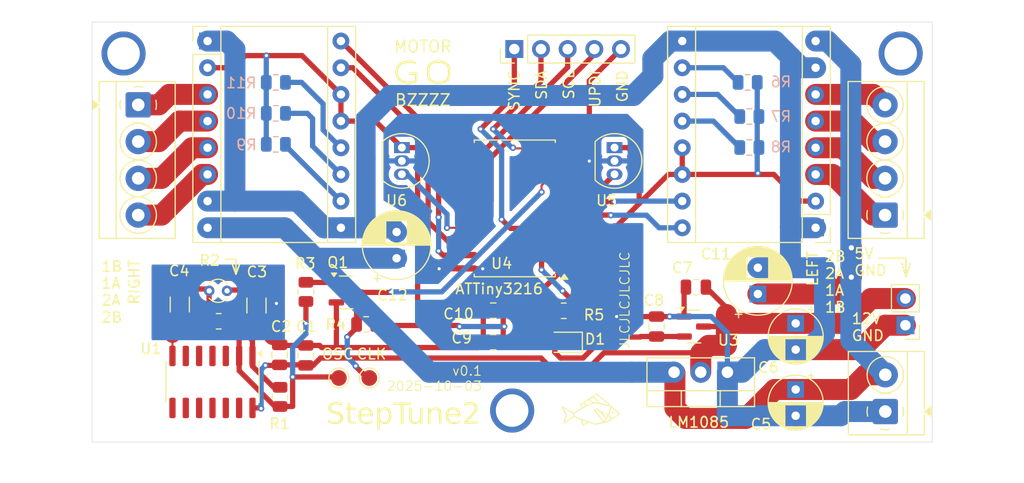
<source format=kicad_pcb>
(kicad_pcb (version 20240108) (generator "pcbnew") (generator_version "8.0")
  (layers (0 "F.Cu" signal) (31 "B.Cu" signal) (34 "B.Paste" user) (35 "F.Paste" user) (36 "B.SilkS" user "B.Silkscreen") (37 "F.SilkS" user "F.Silkscreen") (38 "B.Mask" user) (39 "F.Mask" user) (44 "Edge.Cuts" user))
  (net 0 "")
  (net 1 "Net-(A1-MS2)")
  (net 2 "STEP_LEFT")
  (net 3 "DIR_LEFT")
  (net 4 "Net-(A1-1A)")
  (net 5 "Net-(A1-1B)")
  (net 6 "GND")
  (net 7 "Net-(A1-MS3)")
  (net 8 "Net-(A1-MS1)")
  (net 9 "3V3")
  (net 10 "Net-(A1-2B)")
  (net 11 "Net-(A1-2A)")
  (net 12 "12V")
  (net 13 "Net-(A2-1A)")
  (net 14 "Net-(A2-2B)")
  (net 15 "Net-(A2-1B)")
  (net 16 "Net-(A2-MS2)")
  (net 17 "Net-(A2-MS1)")
  (net 18 "STEP_RIGHT")
  (net 19 "Net-(A2-2A)")
  (net 20 "DIR_RIGHT")
  (net 21 "Net-(A2-MS3)")
  (net 22 "5V")
  (net 23 "Net-(C3-Pad1)")
  (net 24 "Net-(C4-Pad1)")
  (net 25 "Net-(D1-K)")
  (net 26 "SCL")
  (net 27 "UPDI")
  (net 28 "SYNC_PHASE")
  (net 29 "SDA")
  (net 30 "RTC_CLK")
  (net 31 "Net-(Q1-G)")
  (net 32 "Net-(R1-Pad2)")
  (net 33 "LED")
  (net 45 "HALL_LEFT")
  (net 50 "HALL_RIGHT")
  (footprint "Capacitor_SMD:C_1206_3216Metric" (layer "F.Cu") (at 115.653984 77 -90)
    (property "Reference" "C3")
    (property "Value" "22pF")
  )
  (footprint "Connector_PinHeader_2.54mm:PinHeader_1x05_P2.54mm_Vertical" (layer "F.Cu") (at 140.208 52.578 90)
    (property "Reference" "J3" (hide yes))
    (property "Value" "Conn_01x05")
  )
  (footprint "Resistor_SMD:R_0805_2012Metric" (layer "F.Cu") (at 117.9 85.7 -90)
    (property "Reference" "R1")
    (property "Value" "10M")
  )
  (footprint "TestPoint:TestPoint_Pad_D1.5mm" (layer "F.Cu") (at 123.5 83.9 180)
    (property "Reference" "TP1" (hide yes))
    (property "Value" "TestPoint")
  )
  (footprint "TerminalBlock_4Ucon:TerminalBlock_4Ucon_1x04_P3.50mm_Horizontal" (layer "F.Cu") (at 104.394 57.888 -90)
    (property "Reference" "J5" (hide yes))
    (property "Value" "Screw_Terminal_01x04")
  )
  (footprint "Capacitor_SMD:C_0805_2012Metric" (layer "F.Cu") (at 157.5 75.25 180)
    (property "Reference" "C7")
    (property "Value" "1uF")
  )
  (footprint "LED_SMD:LED_0805_2012Metric" (layer "F.Cu") (at 145 80.5 180)
    (property "Reference" "D1")
    (property "Value" "LED")
  )
  (footprint "Package_TO_SOT_SMD:SOT-23" (layer "F.Cu") (at 124.201484 75.75)
    (property "Reference" "Q1")
    (property "Value" "2N7002")
  )
  (footprint "Package_TO_SOT_THT:TO-92_Inline" (layer "F.Cu") (at 129.5 61.96 -90)
    (property "Reference" "U6")
    (property "Value" "49E")
  )
  (footprint "Capacitor_SMD:C_1206_3216Metric" (layer "F.Cu") (at 108.353984 76.9 -90)
    (property "Reference" "C4")
    (property "Value" "22pF")
  )
  (footprint "Capacitor_SMD:C_0805_2012Metric" (layer "F.Cu") (at 138.2 80.5 180)
    (property "Reference" "C9")
    (property "Value" "100nF")
  )
  (footprint "Capacitor_THT:CP_Radial_D6.3mm_P2.50mm" (layer "F.Cu") (at 129 72.5 90)
    (property "Reference" "C12")
    (property "Value" "47uF")
  )
  (footprint "Resistor_SMD:R_0805_2012Metric" (layer "F.Cu") (at 112.053984 78.5 180)
    (property "Reference" "R2")
    (property "Value" "330k")
  )
  (footprint "Capacitor_THT:CP_Radial_D5.0mm_P2.50mm" (layer "F.Cu") (at 167 78.7 -90)
    (property "Reference" "C6")
    (property "Value" "10uF")
  )
  (footprint "Capacitor_SMD:C_0805_2012Metric" (layer "F.Cu") (at 120.353984 81.749999 90)
    (property "Reference" "C1")
    (property "Value" "10uF")
  )
  (footprint "TestPoint:TestPoint_Plated_Hole_D3.0mm" (layer "F.Cu") (at 177 53)
    (property "Reference" "REF**" (hide yes))
    (property "Value" "TestPoint_Plated_Hole_D3.0mm")
  )
  (footprint "TerminalBlock_4Ucon:TerminalBlock_4Ucon_1x04_P3.50mm_Horizontal" (layer "F.Cu") (at 175.514 68.388 90)
    (property "Reference" "J4" (hide yes))
    (property "Value" "Screw_Terminal_01x04")
  )
  (footprint "Resistor_SMD:R_0805_2012Metric" (layer "F.Cu") (at 120.363984 75.7 90)
    (property "Reference" "R3")
    (property "Value" "220")
  )
  (footprint "Package_TO_SOT_THT:TO-220-3_Vertical" (layer "F.Cu") (at 160.5 83.35 180)
    (property "Reference" "U2" (hide yes))
    (property "Value" "LM1085-5.0")
  )
  (footprint "Resistor_SMD:R_0805_2012Metric" (layer "F.Cu") (at 126.1 78.8 180)
    (property "Reference" "R4")
    (property "Value" "10k")
  )
  (footprint "Capacitor_SMD:C_0805_2012Metric" (layer "F.Cu") (at 153.75 79 90)
    (property "Reference" "C8")
    (property "Value" "1uF")
  )
  (footprint "Capacitor_SMD:C_0805_2012Metric" (layer "F.Cu") (at 138.2 77.49 180)
    (property "Reference" "C10")
    (property "Value" "10uF")
  )
  (footprint "Capacitor_THT:CP_Radial_D5.0mm_P2.50mm" (layer "F.Cu") (at 167 84.994887 -90)
    (property "Reference" "C5")
    (property "Value" "10uF")
  )
  (footprint "Package_SO:SO-14_3.9x8.65mm_P1.27mm" (layer "F.Cu") (at 111.463984 84.275 -90)
    (property "Reference" "U1")
    (property "Value" "4069")
  )
  (footprint "Module:Pololu_Breakout-16_15.2x20.3mm" (layer "F.Cu") (at 168.9 69.596 180)
    (property "Reference" "A1" (hide yes))
    (property "Value" "A4988")
  )
  (footprint "TerminalBlock_4Ucon:TerminalBlock_4Ucon_1x02_P3.50mm_Horizontal" (layer "F.Cu") (at 175.5355 87.094 90)
    (property "Reference" "J1" (hide yes))
    (property "Value" "Screw_Terminal_01x02")
  )
  (footprint "Crystal:Crystal_Round_D1.5mm_Vertical" (layer "F.Cu") (at 112.853984 75.6 180)
    (property "Reference" "Y1" (hide yes))
    (property "Value" "32kHz")
  )
  (footprint "TestPoint:TestPoint_Plated_Hole_D3.0mm" (layer "F.Cu") (at 103 53)
    (property "Reference" "REF**" (hide yes))
    (property "Value" "TestPoint_Plated_Hole_D3.0mm")
  )
  (footprint "Capacitor_THT:CP_Radial_D6.3mm_P2.50mm" (layer "F.Cu") (at 163.4 75.9 90)
    (property "Reference" "C11")
    (property "Value" "47uF")
  )
  (footprint "TestPoint:TestPoint_Plated_Hole_D3.0mm" (layer "F.Cu") (at 140 87)
    (property "Reference" "REF**" (hide yes))
    (property "Value" "TestPoint_Plated_Hole_D3.0mm")
  )
  (footprint "Resistor_SMD:R_0805_2012Metric" (layer "F.Cu") (at 144.9125 77.5 180)
    (property "Reference" "R5")
    (property "Value" "1k")
  )
  (footprint "Module:Pololu_Breakout-16_15.2x20.3mm" (layer "F.Cu") (at 110.998 51.816)
    (property "Reference" "A2" (hide yes))
    (property "Value" "A4988")
  )
  (footprint "TestPoint:TestPoint_Pad_D1.5mm" (layer "F.Cu") (at 126.4 83.9)
    (property "Reference" "TP2" (hide yes))
    (property "Value" "TestPoint")
  )
  (footprint "Package_TO_SOT_THT:TO-92_Inline" (layer "F.Cu") (at 149.75 61.96 -90)
    (property "Reference" "U5")
    (property "Value" "49E")
  )
  (footprint "Package_TO_SOT_SMD:SOT-23" (layer "F.Cu") (at 157.3125 79)
    (property "Reference" "U3")
    (property "Value" "MCP1703T-3302E")
  )
  (footprint "Capacitor_SMD:C_0805_2012Metric" (layer "F.Cu") (at 117.853984 81.7 90)
    (property "Reference" "C2")
    (property "Value" "100nF")
  )
  (footprint "Package_SO:SOIC-20W_7.5x12.8mm_P1.27mm" (layer "F.Cu") (at 140.25 67.75 180)
    (property "Reference" "U4")
    (property "Value" "ATtiny3216-S")
  )
  (footprint "Connector_PinHeader_2.54mm:PinHeader_1x02_P2.54mm_Vertical" (layer "F.Cu") (at 177.45 78.875 180)
    (property "Reference" "J2" (hide yes))
    (property "Value" "Conn_01x02")
  )
  (footprint "Resistor_SMD:R_0805_2012Metric" (layer "B.Cu") (at 117.5 55.75)
    (property "Reference" "R11")
    (property "Value" "0R")
  )
  (footprint "Resistor_SMD:R_0805_2012Metric" (layer "B.Cu") (at 162.4275 55.75 180)
    (property "Reference" "R6")
    (property "Value" "0R")
  )
  (footprint "Resistor_SMD:R_0805_2012Metric" (layer "B.Cu") (at 162.5875 61.95 180)
    (property "Reference" "R8")
    (property "Value" "0R")
  )
  (footprint "Resistor_SMD:R_0805_2012Metric" (layer "B.Cu") (at 117.5 58.7)
    (property "Reference" "R10")
    (property "Value" "0R")
  )
  (footprint "Resistor_SMD:R_0805_2012Metric" (layer "B.Cu") (at 117.5 61.65)
    (property "Reference" "R9")
    (property "Value" "0R")
  )
  (footprint "Resistor_SMD:R_0805_2012Metric" (layer "B.Cu") (at 162.5875 59 180)
    (property "Reference" "R7")
    (property "Value" "0R")
  )
  (gr_line (start 148.474942 85.770209) (end 149.42379 86.595028) (stroke (width 0.1)) (layer "F.SilkS"))
  (gr_line (start 145.854126 87.252037) (end 146.6855 86.761047) (stroke (width 0.1)) (layer "F.SilkS"))
  (gr_line (start 146.751418 86.247197) (end 147.215212 86.507578) (stroke (width 0.1)) (layer "F.SilkS"))
  (gr_line (start 145.850049 87.557867) (end 145.854126 87.252037) (stroke (width 0.1)) (layer "F.SilkS"))
  (gr_line (start 149.692584 87.161859) (end 149.537012 87.121812) (stroke (width 0.1)) (layer "F.SilkS"))
  (gr_line (start 147.818097 86.936468) (end 148.766411 88.117796) (stroke (width 0.1)) (layer "F.SilkS"))
  (gr_line (start 147.74492 86.254112) (end 148.206322 86.298232) (stroke (width 0.1)) (layer "F.SilkS"))
  (gr_line (start 113.2 72.6) (end 113.7 72.6) (stroke (width 0.15)) (layer "F.SilkS"))
  (gr_line (start 144.767422 86.640551) (end 145.854126 87.252037) (stroke (width 0.1)) (layer "F.SilkS"))
  (gr_line (start 149.42379 86.595028) (end 150.211749 87.303789) (stroke (width 0.1)) (layer "F.SilkS"))
  (gr_line (start 147.888433 88.306497) (end 145.850049 87.557867) (stroke (width 0.1)) (layer "F.SilkS"))
  (gr_line (start 149.537012 87.121812) (end 149.596549 87.244961) (stroke (width 0.1)) (layer "F.SilkS"))
  (gr_line (start 149.018022 88.074739) (end 147.888433 88.306497) (stroke (width 0.1)) (layer "F.SilkS"))
  (gr_line (start 149.2 87.4) (end 149.42379 86.595028) (stroke (width 0.1)) (layer "F.SilkS"))
  (gr_line (start 148.915431 87.699985) (end 148.281271 87.005928) (stroke (width 0.1)) (layer "F.SilkS"))
  (gr_line (start 147.74492 86.254112) (end 147.289366 85.929497) (stroke (width 0.1)) (layer "F.SilkS"))
  (gr_line (start 177.9 73) (end 177.5 74.25) (stroke (width 0.15)) (layer "F.SilkS"))
  (gr_line (start 145.151745 87.403002) (end 144.767422 86.640551) (stroke (width 0.1)) (layer "F.SilkS"))
  (gr_line (start 147.818097 86.936468) (end 148.067932 86.868075) (stroke (width 0.1)) (layer "F.SilkS"))
  (gr_line (start 144.951518 88.18086) (end 145.151745 87.403002) (stroke (width 0.1)) (layer "F.SilkS"))
  (gr_line (start 148.070066 85.442051) (end 146.508666 86.416943) (stroke (width 0.1)) (layer "F.SilkS"))
  (gr_line (start 146.748221 88.386232) (end 147.188362 88.126292) (stroke (width 0.1)) (layer "F.SilkS"))
  (gr_line (start 145.850049 87.557867) (end 144.951518 88.18086) (stroke (width 0.1)) (layer "F.SilkS"))
  (gr_line (start 146.508666 86.416943) (end 146.6855 86.761047) (stroke (width 0.1)) (layer "F.SilkS"))
  (gr_line (start 177.5 72.5) (end 177.5 74.25) (stroke (width 0.15)) (layer "F.SilkS"))
  (gr_line (start 148.070066 85.442051) (end 148.474942 85.770209) (stroke (width 0.1)) (layer "F.SilkS"))
  (gr_line (start 112.7 72.6) (end 113.2 72.6) (stroke (width 0.15)) (layer "F.SilkS"))
  (gr_line (start 113.7 74) (end 113.35 73.05) (stroke (width 0.16)) (layer "F.SilkS"))
  (gr_line (start 147.707712 85.72201) (end 148.08548 86.026599) (stroke (width 0.1)) (layer "F.SilkS"))
  (gr_line (start 149.596549 87.244961) (end 149.692584 87.161859) (stroke (width 0.1)) (layer "F.SilkS"))
  (gr_line (start 148.08548 86.026599) (end 148.206322 86.298232) (stroke (width 0.1)) (layer "F.SilkS"))
  (gr_line (start 149.485273 87.83837) (end 149.018022 88.074739) (stroke (width 0.1)) (layer "F.SilkS"))
  (gr_line (start 149.2 87.4) (end 148.766411 88.117796) (stroke (width 0.1)) (layer "F.SilkS"))
  (gr_line (start 177.5 74.25) (end 177.5 74.25) (stroke (width 0.15)) (layer "F.SilkS"))
  (gr_line (start 114.05 73.05) (end 114.05 73.05) (stroke (width 0.16)) (layer "F.SilkS"))
  (gr_line (start 146.607887 87.835881) (end 146.748221 88.386232) (stroke (width 0.1)) (layer "F.SilkS"))
  (gr_line (start 113.7 72.6) (end 113.7 74) (stroke (width 0.15)) (layer "F.SilkS"))
  (gr_line (start 149.2 87.4) (end 149.485273 87.83837) (stroke (width 0.1)) (layer "F.SilkS"))
  (gr_line (start 150.211749 87.303789) (end 149.485273 87.83837) (stroke (width 0.1)) (layer "F.SilkS"))
  (gr_line (start 114.05 73.05) (end 113.7 74) (stroke (width 0.16)) (layer "F.SilkS"))
  (gr_line (start 148.067932 86.868075) (end 149.205315 87.476016) (stroke (width 0.1)) (layer "F.SilkS"))
  (gr_line (start 146.6855 86.761047) (end 147.74492 86.254112) (stroke (width 0.1)) (layer "F.SilkS"))
  (gr_line (start 175 72.5) (end 177.5 72.5) (stroke (width 0.15)) (layer "F.SilkS"))
  (gr_line (start 148.206322 86.298232) (end 149.42379 86.595028) (stroke (width 0.1)) (layer "F.SilkS"))
  (gr_line (start 177.1 73) (end 177.5 74.25) (stroke (width 0.15)) (layer "F.SilkS"))
  (gr_rect (start 100 50) (end 180 90) (stroke (width 0.05)) (fill none) (layer "Edge.Cuts"))
  (gr_text "JLCJLCJLCJLC" (at 150.2 71.8 90) (layer "F.SilkS") (effects (font (size 0.9 0.9) (thickness 0.1)) (justify right top)))
  (gr_text "SYNC" (at 140.2 54.5 90) (layer "F.SilkS") (effects (font (size 1 1)) (justify right)))
  (gr_text "SDA" (at 142.8 54.5 90) (layer "F.SilkS") (effects (font (size 1 1)) (justify right)))
  (gr_text "OSC" (at 121.8 82.2 0) (layer "F.SilkS") (effects (font (size 1 1)) (justify left bottom)))
  (gr_text "CLK" (at 125.1 82.2 0) (layer "F.SilkS") (effects (font (size 1 1)) (justify left bottom)))
  (gr_text "1B\n1A\n2A\n2B" (at 100.8 78.7 0) (layer "F.SilkS") (effects (font (size 1 1)) (justify left bottom)))
  (gr_text "LM1085" (at 154.8 88.7 0) (layer "F.SilkS") (effects (font (size 1 1)) (justify left bottom)))
  (gr_text "RIGHT" (at 104.6 77 90) (layer "F.SilkS") (effects (font (size 1 1)) (justify left bottom)))
  (gr_text "GO" (at 131.5 53.7 0) (layer "F.SilkS") (effects (font (size 2 3) (thickness 0.25)) (justify top)))
  (gr_text "BZZZZ" (at 131.5 56.8 0) (layer "F.SilkS") (effects (font (size 1.1 1.1)) (justify top)))
  (gr_text "StepTune2" (at 122.3 88.6 0) (layer "F.SilkS") (effects (font (size 2 2)) (justify left bottom)))
  (gr_text "v0.1\n2025-10-03" (at 137.2 82.7 0) (layer "F.SilkS") (effects (font (size 0.9 0.9) (thickness 0.1)) (justify right top)))
  (gr_text "GND" (at 150.5 54.5 90) (layer "F.SilkS") (effects (font (size 1 1)) (justify right)))
  (gr_text "12V\nGND" (at 172.25 80.45 0) (layer "F.SilkS") (effects (font (size 1 1)) (justify left bottom)))
  (gr_text "LEFT" (at 169.2 75.25 90) (layer "F.SilkS") (effects (font (size 1 1)) (justify left bottom)))
  (gr_text "5V\nGND" (at 172.5 74.25 0) (layer "F.SilkS") (effects (font (size 1 1)) (justify left bottom)))
  (gr_text "SCL" (at 145.4 54.5 90) (layer "F.SilkS") (effects (font (size 1 1)) (justify right)))
  (gr_text "2B\n2A\n1A\n1B" (at 169.7 77.75 0) (layer "F.SilkS") (effects (font (size 1 1)) (justify left bottom)))
  (gr_text "UPDI" (at 147.9 54.5 90) (layer "F.SilkS") (effects (font (size 1 1)) (justify right)))
  (gr_text "ATTiny3216" (at 134.5 76 0) (layer "F.SilkS") (effects (font (size 1 1)) (justify left bottom)))
  (gr_text "MOTOR" (at 131.5 51.7 0) (layer "F.SilkS") (effects (font (size 1.1 1.1)) (justify top)))
  (segment (start 156.2 56.896) (end 159.571 56.896) (width 0.5) (layer "B.Cu") (net 1))
  (segment (start 159.571 56.896) (end 161.675 59) (width 0.5) (layer "B.Cu") (net 1))
  (segment (start 149.8 67.2) (end 149.715 67.115) (width 0.2) (layer "F.Cu") (net 2))
  (segment (start 144.9 67.115) (end 149.715 67.115) (width 0.5) (layer "F.Cu") (net 2))
  (via (at 149.715 67.115) (size 0.6) (drill 0.3) (layers "F.Cu" "B.Cu") (net 2))
  (segment (start 149.774 67.056) (end 156.2 67.056) (width 0.5) (layer "B.Cu") (net 2))
  (segment (start 149.715 67.115) (end 149.774 67.056) (width 0.2) (layer "B.Cu") (net 2))
  (segment (start 149.385 68.385) (end 149.4 68.4) (width 0.2) (layer "F.Cu") (net 3))
  (segment (start 144.9 68.385) (end 149.385 68.385) (width 0.5) (layer "F.Cu") (net 3))
  (via (at 149.4 68.4) (size 0.6) (drill 0.3) (layers "F.Cu" "B.Cu") (net 3))
  (segment (start 156.2 69.596) (end 153.996 69.596) (width 0.5) (layer "B.Cu") (net 3))
  (segment (start 153.996 69.596) (end 152.8 68.4) (width 0.5) (layer "B.Cu") (net 3))
  (segment (start 152.8 68.4) (end 149.4 68.4) (width 0.5) (layer "B.Cu") (net 3))
  (segment (start 171.476 61.976) (end 168.9 61.976) (width 2) (layer "F.Cu") (net 4))
  (segment (start 175.514 64.888) (end 174.388 64.888) (width 2) (layer "F.Cu") (net 4))
  (segment (start 174.388 64.888) (end 171.476 61.976) (width 2) (layer "F.Cu") (net 4))
  (segment (start 170.516 64.516) (end 168.9 64.516) (width 2) (layer "F.Cu") (net 5))
  (segment (start 174.388 68.388) (end 170.516 64.516) (width 2) (layer "F.Cu") (net 5))
  (segment (start 175.514 68.388) (end 174.388 68.388) (width 2) (layer "F.Cu") (net 5))
  (segment (start 117.678983 80.5) (end 117.178983 80) (width 0.5) (layer "F.Cu") (net 6))
  (segment (start 173.2 81.2) (end 175.525 78.875) (width 2) (layer "F.Cu") (net 6))
  (segment (start 117.553984 74.746015) (end 117.553984 76.8) (width 1.5) (layer "F.Cu") (net 6))
  (segment (start 107.428985 78.375001) (end 108.353984 78.375001) (width 1.5) (layer "F.Cu") (net 6))
  (segment (start 167 81.2) (end 173.2 81.2) (width 2) (layer "F.Cu") (net 6))
  (segment (start 108.253984 79.2) (end 108.353984 79.2) (width 1.5) (layer "F.Cu") (net 6))
  (segment (start 117.553984 78.550002) (end 117.553984 80) (width 1.5) (layer "F.Cu") (net 6))
  (segment (start 137.25 77.49) (end 137.25 73.55) (width 0.5) (layer "F.Cu") (net 6))
  (segment (start 123.263984 76.7) (end 123.263984 80.863984) (width 0.5) (layer "F.Cu") (net 6))
  (segment (start 121.663984 80.8) (end 120.353984 80.8) (width 0.5) (layer "F.Cu") (net 6))
  (segment (start 118.053984 80.5) (end 117.553984 80) (width 0.5) (layer "F.Cu") (net 6))
  (segment (start 116.707968 73.899999) (end 117.553984 74.746015) (width 1.5) (layer "F.Cu") (net 6))
  (segment (start 107.353984 78.3) (end 107.428985 78.375001) (width 1.5) (layer "F.Cu") (net 6))
  (segment (start 147.35 55.596) (end 147.35 63.25) (width 0.5) (layer "F.Cu") (net 6))
  (segment (start 106.453984 74.646015) (end 106.453984 78.3) (width 1.5) (layer "F.Cu") (net 6))
  (segment (start 117.478983 78.475001) (end 117.553984 78.550002) (width 1.5) (layer "F.Cu") (net 6))
  (segment (start 117.478983 78.475001) (end 117.553984 78.4) (width 1.5) (layer "F.Cu") (net 6))
  (segment (start 115.653984 78.475001) (end 117.478983 78.475001) (width 1.5) (layer "F.Cu") (net 6))
  (segment (start 106.453984 78.3) (end 106.453984 78.6) (width 1.5) (layer "F.Cu") (net 6))
  (segment (start 121.863984 81) (end 123.4 81) (width 0.5) (layer "F.Cu") (net 6))
  (segment (start 137.25 73.55) (end 137.2 73.5) (width 0.5) (layer "F.Cu") (net 6))
  (segment (start 118.353984 80.5) (end 118.053984 80.5) (width 0.5) (layer "F.Cu") (net 6))
  (segment (start 153.75 78.05) (end 149.95 78.05) (width 0.5) (layer "F.Cu") (net 6))
  (segment (start 116.707968 73.899999) (end 107.2 73.899999) (width 1.5) (layer "F.Cu") (net 6))
  (segment (start 153.75 78.05) (end 156.375 78.05) (width 0.5) (layer "F.Cu") (net 6))
  (segment (start 137.2 73.5) (end 133.05 73.5) (width 0.5) (layer "F.Cu") (net 6))
  (segment (start 107.2 73.899999) (end 106.453984 74.646015) (width 1.5) (layer "F.Cu") (net 6))
  (segment (start 107.653984 79.075001) (end 108.353984 78.375001) (width 0.2) (layer "F.Cu") (net 6))
  (segment (start 107.653984 81.8) (end 107.653984 79.8) (width 0.2) (layer "F.Cu") (net 6))
  (segment (start 117.553984 76.8) (end 117.553984 78.4) (width 1.5) (layer "F.Cu") (net 6))
  (segment (start 123.263984 80.863984) (end 123.4 81) (width 0.5) (layer "F.Cu") (net 6))
  (segment (start 107.653984 79.8) (end 108.253984 79.2) (width 1.5) (layer "F.Cu") (net 6))
  (segment (start 150.368 52.578) (end 147.35 55.596) (width 0.5) (layer "F.Cu") (net 6))
  (segment (start 117.903983 80.8) (end 117.853984 80.750001) (width 0.5) (layer "F.Cu") (net 6))
  (segment (start 156.375 75.425) (end 156.55 75.25) (width 0.5) (layer "F.Cu") (net 6))
  (segment (start 117.178983 80) (end 115.653984 78.475001) (width 1.5) (layer "F.Cu") (net 6))
  (segment (start 118.353984 80.5) (end 117.678983 80.5) (width 0.5) (layer "F.Cu") (net 6))
  (segment (start 123.4 81) (end 136.75 81) (width 0.5) (layer "F.Cu") (net 6))
  (segment (start 117.553984 80) (end 117.178983 80) (width 1.5) (layer "F.Cu") (net 6))
  (segment (start 121.863984 81) (end 121.663984 80.8) (width 0.5) (layer "F.Cu") (net 6))
  (segment (start 136.75 81) (end 137.25 80.5) (width 0.5) (layer "F.Cu") (net 6))
  (segment (start 106.453984 78.3) (end 107.353984 78.3) (width 1.5) (layer "F.Cu") (net 6))
  (segment (start 156.375 78.05) (end 156.375 75.425) (width 0.5) (layer "F.Cu") (net 6))
  (segment (start 137.25 80.5) (end 137.25 77.49) (width 0.5) (layer "F.Cu") (net 6))
  (segment (start 120.353984 80.8) (end 117.903983 80.8) (width 0.5) (layer "F.Cu") (net 6))
  (segment (start 175.525 78.875) (end 177.45 78.875) (width 2) (layer "F.Cu") (net 6))
  (segment (start 107.653984 79.8) (end 107.653984 79.075001) (width 0.2) (layer "F.Cu") (net 6))
  (segment (start 106.453984 78.6) (end 107.653984 79.8) (width 1.5) (layer "F.Cu") (net 6))
  (via (at 117.553984 76.8) (size 0.6) (drill 0.3) (layers "F.Cu" "B.Cu") (net 6))
  (via (at 155 78.05) (size 0.6) (drill 0.3) (layers "F.Cu" "B.Cu") (net 6))
  (via (at 137.2 73.5) (size 0.6) (drill 0.3) (layers "F.Cu" "B.Cu") (net 6))
  (via (at 149.95 78.05) (size 0.6) (drill 0.3) (layers "F.Cu" "B.Cu") (net 6))
  (via (at 147.35 63.25) (size 0.6) (drill 0.3) (layers "F.Cu" "B.Cu") (net 6))
  (via (at 133.05 73.5) (size 0.6) (drill 0.3) (layers "F.Cu" "B.Cu") (net 6))
  (segment (start 113.6 67.056) (end 113.6 52.6) (width 2) (layer "B.Cu") (net 6))
  (segment (start 166.596 69.596) (end 166.5 69.5) (width 2) (layer "B.Cu") (net 6))
  (segment (start 160.5 83.35) (end 160.5 79.6) (width 0.5) (layer "B.Cu") (net 6))
  (segment (start 156.2 51.816) (end 155.06863 51.816) (width 2) (layer "B.Cu") (net 6))
  (segment (start 167.556 54.356) (end 168.9 54.356) (width 2) (layer "B.Cu") (net 6))
  (segment (start 158.95 78.05) (end 155 78.05) (width 0.5) (layer "B.Cu") (net 6))
  (segment (start 171.293113 87.494887) (end 169 87.494887) (width 2) (layer "B.Cu") (net 6))
  (segment (start 122.104 69.596) (end 123.698 69.596) (width 2) (layer "B.Cu") (net 6))
  (segment (start 160.5 83.35) (end 161.9 83.35) (width 2) (layer "B.Cu") (net 6))
  (segment (start 113.6 67.056) (end 110.998 67.056) (width 2) (layer "B.Cu") (net 6))
  (segment (start 169 87.494887) (end 167 87.494887) (width 2) (layer "B.Cu") (net 6))
  (segment (start 166.5 53.3) (end 166.5 69.5) (width 2) (layer "B.Cu") (net 6))
  (segment (start 166.25 73.4) (end 169.65 73.4) (width 2) (layer "B.Cu") (net 6))
  (segment (start 122.1 69.6) (end 122.104 69.596) (width 2) (layer "B.Cu") (net 6))
  (segment (start 166.5 73.15) (end 166.25 73.4) (width 2) (layer "B.Cu") (net 6))
  (segment (start 119.556 67.056) (end 122.1 69.6) (width 2) (layer "B.Cu") (net 6))
  (segment (start 165.016 51.816) (end 166 52.8) (width 2) (layer "B.Cu") (net 6))
  (segment (start 169.65 73.4) (end 169.75 73.5) (width 2) (layer "B.Cu") (net 6))
  (segment (start 126 63) (end 126 59.4) (width 2) (layer "B.Cu") (net 6))
  (segment (start 164.05 81.2) (end 167 81.2) (width 2) (layer "B.Cu") (net 6))
  (segment (start 156.2 51.816) (end 165.016 51.816) (width 2) (layer "B.Cu") (net 6))
  (segment (start 151.55 57) (end 153.4 55.15) (width 2) (layer "B.Cu") (net 6))
  (segment (start 160.5 87.45) (end 160.55 87.5) (width 2) (layer "B.Cu") (net 6))
  (segment (start 160.555113 87.494887) (end 167 87.494887) (width 2) (layer "B.Cu") (net 6))
  (segment (start 169.75 79.65) (end 169.75 73.5) (width 2) (layer "B.Cu") (net 6))
  (segment (start 171.694 87.094) (end 175.5355 87.094) (width 2) (layer "B.Cu") (net 6))
  (segment (start 128.4 57) (end 151.55 57) (width 2) (layer "B.Cu") (net 6))
  (segment (start 167 81.2) (end 168.2 81.2) (width 2) (layer "B.Cu") (net 6))
  (segment (start 160.5 79.6) (end 158.95 78.05) (width 0.5) (layer "B.Cu") (net 6))
  (segment (start 113.6 67.056) (end 119.556 67.056) (width 2) (layer "B.Cu") (net 6))
  (segment (start 163.4 73.4) (end 166.25 73.4) (width 2) (layer "B.Cu") (net 6))
  (segment (start 155.06863 51.816) (end 153.4 53.48463) (width 2) (layer "B.Cu") (net 6))
  (segment (start 123.698 69.596) (end 126 69.596) (width 2) (layer "B.Cu") (net 6))
  (segment (start 168.2 81.2) (end 169.75 79.65) (width 2) (layer "B.Cu") (net 6))
  (segment (start 168.9 69.596) (end 166.596 69.596) (width 2) (layer "B.Cu") (net 6))
  (segment (start 171.694 87.094) (end 171.293113 87.494887) (width 2) (layer "B.Cu") (net 6))
  (segment (start 161.9 83.35) (end 164.05 81.2) (width 2) (layer "B.Cu") (net 6))
  (segment (start 126 63) (end 126 69.596) (width 2) (layer "B.Cu") (net 6))
  (segment (start 153.4 53.48463) (end 153.4 55.15) (width 2) (layer "B.Cu") (net 6))
  (segment (start 166 52.8) (end 166.5 53.3) (width 1) (layer "B.Cu") (net 6))
  (segment (start 112.816 51.816) (end 113.6 52.6) (width 2) (layer "B.Cu") (net 6))
  (segment (start 128.5 69.5) (end 128.25 69.5) (width 2) (layer "B.Cu") (net 6))
  (segment (start 110.998 51.816) (end 112.816 51.816) (width 2) (layer "B.Cu") (net 6))
  (segment (start 128.154 69.596) (end 123.698 69.596) (width 2) (layer "B.Cu") (net 6))
  (segment (start 166 52.8) (end 167.556 54.356) (width 2) (layer "B.Cu") (net 6))
  (segment (start 126 59.4) (end 128.4 57) (width 2) (layer "B.Cu") (net 6))
  (segment (start 160.5 83.35) (end 160.5 87.45) (width 2) (layer "B.Cu") (net 6))
  (segment (start 129 70) (end 128.5 69.5) (width 2) (layer "B.Cu") (net 6))
  (segment (start 160.55 87.5) (end 160.555113 87.494887) (width 2) (layer "B.Cu") (net 6))
  (segment (start 128.25 69.5) (end 128.154 69.596) (width 2) (layer "B.Cu") (net 6))
  (segment (start 166.5 69.5) (end 166.5 73.15) (width 2) (layer "B.Cu") (net 6))
  (segment (start 159.161 59.436) (end 161.675 61.95) (width 0.5) (layer "B.Cu") (net 7))
  (segment (start 156.2 59.436) (end 159.161 59.436) (width 0.5) (layer "B.Cu") (net 7))
  (segment (start 156.2 54.356) (end 160.121 54.356) (width 0.5) (layer "B.Cu") (net 8))
  (segment (start 160.121 54.356) (end 161.515 55.75) (width 0.5) (layer "B.Cu") (net 8))
  (segment (start 156.2 64.516) (end 164.916 64.516) (width 0.5) (layer "F.Cu") (net 9))
  (segment (start 127.1125 78.9) (end 127.0125 78.8) (width 0.5) (layer "F.Cu") (net 9))
  (segment (start 131 74.7) (end 131 78.8) (width 0.5) (layer "F.Cu") (net 9))
  (segment (start 151 61.96) (end 149.75 61.96) (width 0.5) (layer "F.Cu") (net 9))
  (segment (start 131 62) (end 131 72.6) (width 0.5) (layer "F.Cu") (net 9))
  (segment (start 152.25 79.95) (end 153.75 79.95) (width 0.5) (layer "F.Cu") (net 9))
  (segment (start 131.6 78.9) (end 127.1125 78.9) (width 0.5) (layer "F.Cu") (net 9))
  (segment (start 148.75 80) (end 152.2 80) (width 0.5) (layer "F.Cu") (net 9))
  (segment (start 131.6 78.9) (end 134.9 78.9) (width 0.5) (layer "F.Cu") (net 9))
  (segment (start 156.2 64.516) (end 156.2 61.976) (width 0.5) (layer "F.Cu") (net 9))
  (segment (start 144.0625 80.5) (end 144.0625 81.4625) (width 0.5) (layer "F.Cu") (net 9))
  (segment (start 130.96 61.96) (end 131 62) (width 0.5) (layer "F.Cu") (net 9))
  (segment (start 120.002 53.2) (end 116.6 53.2) (width 0.5) (layer "F.Cu") (net 9))
  (segment (start 131.1 78.9) (end 131.6 78.9) (width 0.5) (layer "F.Cu") (net 9))
  (segment (start 112.956 54.356) (end 110.998 54.356) (width 0.5) (layer "F.Cu") (net 9))
  (segment (start 144.0625 80.5) (end 139.15 80.5) (width 0.5) (layer "F.Cu") (net 9))
  (segment (start 167.456 67.056) (end 168.9 67.056) (width 0.5) (layer "F.Cu") (net 9))
  (segment (start 141.44 75.2) (end 143.165 75.2) (width 0.5) (layer "F.Cu") (net 9))
  (segment (start 146.75 82) (end 148.75 80) (width 0.5) (layer "F.Cu") (net 9))
  (segment (start 130.96 61.96) (end 129.5 61.96) (width 0.5) (layer "F.Cu") (net 9))
  (segment (start 123.698 56.896) (end 120.002 53.2) (width 0.5) (layer "F.Cu") (net 9))
  (segment (start 123.698 59.436) (end 126.976 59.436) (width 0.5) (layer "F.Cu") (net 9))
  (segment (start 144.6 82) (end 146.75 82) (width 0.5) (layer "F.Cu") (net 9))
  (segment (start 116.6 53.2) (end 114.6 53.2) (width 0.5) (layer "F.Cu") (net 9))
  (segment (start 131 78.8) (end 131.1 78.9) (width 0.5) (layer "F.Cu") (net 9))
  (segment (start 154.873999 64.516) (end 156.2 64.516) (width 0.5) (layer "F.Cu") (net 9))
  (segment (start 113.4 54.4) (end 113 54.4) (width 0.5) (layer "F.Cu") (net 9))
  (segment (start 152.2 80) (end 152.25 79.95) (width 0.5) (layer "F.Cu") (net 9))
  (segment (start 114.6 53.2) (end 113.4 54.4) (width 0.5) (layer "F.Cu") (net 9))
  (segment (start 144.9 73.465) (end 145.924999 73.465) (width 0.5) (layer "F.Cu") (net 9))
  (segment (start 131 72.6) (end 131 74.7) (width 0.5) (layer "F.Cu") (net 9))
  (segment (start 164.916 64.516) (end 167.456 67.056) (width 0.5) (layer "F.Cu") (net 9))
  (segment (start 145.924999 73.465) (end 152.095 67.295) (width 0.5) (layer "F.Cu") (net 9))
  (segment (start 144.0625 81.4625) (end 144.6 82) (width 0.5) (layer "F.Cu") (net 9))
  (segment (start 152.095 67.295) (end 154.873999 64.516) (width 0.5) (layer "F.Cu") (net 9))
  (segment (start 143.165 75.2) (end 144.9 73.465) (width 0.5) (layer "F.Cu") (net 9))
  (segment (start 113 54.4) (end 112.956 54.356) (width 0.5) (layer "F.Cu") (net 9))
  (segment (start 152.095 67.295) (end 152.095 63.055) (width 0.5) (layer "F.Cu") (net 9))
  (segment (start 139.15 77.49) (end 141.44 75.2) (width 0.5) (layer "F.Cu") (net 9))
  (segment (start 156.375 79.95) (end 153.75 79.95) (width 0.5) (layer "F.Cu") (net 9))
  (segment (start 152.095 63.055) (end 151 61.96) (width 0.5) (layer "F.Cu") (net 9))
  (segment (start 139.15 80.5) (end 139.15 77.49) (width 0.5) (layer "F.Cu") (net 9))
  (segment (start 126.976 59.436) (end 129.5 61.96) (width 0.5) (layer "F.Cu") (net 9))
  (segment (start 134.9 78.9) (end 135 79) (width 0.5) (layer "F.Cu") (net 9))
  (segment (start 123.698 59.436) (end 123.698 56.896) (width 0.5) (layer "F.Cu") (net 9))
  (via (at 135 79) (size 0.6) (drill 0.3) (layers "F.Cu" "B.Cu") (net 9))
  (via (at 116.6 53.2) (size 0.6) (drill 0.3) (layers "F.Cu" "B.Cu") (net 9))
  (via (at 139.25 79) (size 0.6) (drill 0.3) (layers "F.Cu" "B.Cu") (net 9))
  (via (at 163.4 64.4) (size 0.6) (drill 0.3) (layers "F.Cu" "B.Cu") (net 9))
  (segment (start 163.34 64.34) (end 163.4 64.4) (width 0.5) (layer "B.Cu") (net 9))
  (segment (start 135 79) (end 139.25 79) (width 0.5) (layer "B.Cu") (net 9))
  (segment (start 116.5875 53.2125) (end 116.5875 61.65) (width 0.5) (layer "B.Cu") (net 9))
  (segment (start 163.34 55.75) (end 163.34 64.34) (width 0.5) (layer "B.Cu") (net 9))
  (segment (start 116.6 53.2) (end 116.5875 53.2125) (width 0.5) (layer "B.Cu") (net 9))
  (segment (start 175.388 57.888) (end 175.514 57.888) (width 1) (layer "F.Cu") (net 10))
  (segment (start 174.396 56.896) (end 175.388 57.888) (width 2) (layer "F.Cu") (net 10))
  (segment (start 168.9 56.896) (end 174.396 56.896) (width 2) (layer "F.Cu") (net 10))
  (segment (start 172.436 59.436) (end 174.388 61.388) (width 2) (layer "F.Cu") (net 11))
  (segment (start 174.388 61.388) (end 175.514 61.388) (width 2) (layer "F.Cu") (net 11))
  (segment (start 168.9 59.436) (end 172.436 59.436) (width 2) (layer "F.Cu") (net 11))
  (segment (start 175.5355 83.594) (end 173.656 83.594) (width 2) (layer "F.Cu") (net 12))
  (segment (start 170.7 75.9) (end 172.3 74.3) (width 2) (layer "F.Cu") (net 12))
  (segment (start 156.5 87.75) (end 155.5 86.75) (width 2) (layer "F.Cu") (net 12))
  (segment (start 155.5 83.429999) (end 155.420001 83.35) (width 2) (layer "F.Cu") (net 12))
  (segment (start 167 84.994887) (end 165.005113 84.994887) (width 2) (layer "F.Cu") (net 12))
  (segment (start 155.5 86.75) (end 155.5 83.429999) (width 2) (layer "F.Cu") (net 12))
  (segment (start 172.255113 84.994887) (end 173.656 83.594) (width 2) (layer "F.Cu") (net 12))
  (segment (start 167 84.994887) (end 172.255113 84.994887) (width 2) (layer "F.Cu") (net 12))
  (segment (start 163.4 75.9) (end 170.7 75.9) (width 2) (layer "F.Cu") (net 12))
  (segment (start 162.25 87.75) (end 156.5 87.75) (width 2) (layer "F.Cu") (net 12))
  (segment (start 172.3 74.3) (end 172.3 71.4) (width 2) (layer "F.Cu") (net 12))
  (segment (start 165.005113 84.994887) (end 162.25 87.75) (width 2) (layer "F.Cu") (net 12))
  (via (at 172.3 71.5) (size 1) (drill 0.5) (layers "F.Cu" "B.Cu") (net 12))
  (via (at 172.3 74.3) (size 1) (drill 0.5) (layers "F.Cu" "B.Cu") (net 12))
  (segment (start 121.25 72.5) (end 129 72.5) (width 2) (layer "B.Cu") (net 12))
  (segment (start 172.25 80.3085) (end 175.5355 83.594) (width 2) (layer "B.Cu") (net 12))
  (segment (start 118.346 69.596) (end 120.175 71.425) (width 2) (layer "B.Cu") (net 12))
  (segment (start 172.25 54.03463) (end 172.25 80.3085) (width 2) (layer "B.Cu") (net 12))
  (segment (start 120.175 71.425) (end 132.1 83.35) (width 2) (layer "B.Cu") (net 12))
  (segment (start 170.03137 51.816) (end 172.25 54.03463) (width 2) (layer "B.Cu") (net 12))
  (segment (start 120.175 71.425) (end 121.25 72.5) (width 2) (layer "B.Cu") (net 12))
  (segment (start 132.1 83.35) (end 151.4 83.35) (width 2) (layer "B.Cu") (net 12))
  (segment (start 110.998 69.596) (end 118.346 69.596) (width 2) (layer "B.Cu") (net 12))
  (segment (start 168.9 51.816) (end 170.03137 51.816) (width 2) (layer "B.Cu") (net 12))
  (segment (start 151.4 83.35) (end 155.420001 83.35) (width 2) (layer "B.Cu") (net 12))
  (segment (start 108.314 59.436) (end 106.362 61.388) (width 2) (layer "F.Cu") (net 13))
  (segment (start 110.998 59.436) (end 108.314 59.436) (width 2) (layer "F.Cu") (net 13))
  (segment (start 106.362 61.388) (end 104.394 61.388) (width 2) (layer "F.Cu") (net 13))
  (segment (start 110.998 64.516) (end 110.484 64.516) (width 2) (layer "F.Cu") (net 14))
  (segment (start 106.612 68.388) (end 104.394 68.388) (width 2) (layer "F.Cu") (net 14))
  (segment (start 110.484 64.516) (end 106.612 68.388) (width 2) (layer "F.Cu") (net 14))
  (segment (start 110.998 56.896) (end 107.354 56.896) (width 2) (layer "F.Cu") (net 15))
  (segment (start 107.354 56.896) (end 106.362 57.888) (width 2) (layer "F.Cu") (net 15))
  (segment (start 106.362 57.888) (end 104.394 57.888) (width 2) (layer "F.Cu") (net 15))
  (segment (start 118.4125 58.7) (end 120.5 58.7) (width 0.5) (layer "B.Cu") (net 16))
  (segment (start 121 61.818) (end 123.698 64.516) (width 0.5) (layer "B.Cu") (net 16))
  (segment (start 120.5 58.7) (end 121 59.2) (width 0.5) (layer "B.Cu") (net 16))
  (segment (start 121 59.2) (end 121 61.818) (width 0.5) (layer "B.Cu") (net 16))
  (segment (start 118.4125 61.7705) (end 123.698 67.056) (width 0.5) (layer "B.Cu") (net 17))
  (segment (start 118.4125 61.65) (end 118.4125 61.7705) (width 0.5) (layer "B.Cu") (net 17))
  (segment (start 132 61.52663) (end 132 69) (width 0.5) (layer "F.Cu") (net 18))
  (segment (start 123.698 54.356) (end 124.82937 54.356) (width 0.5) (layer "F.Cu") (net 18))
  (segment (start 132 69) (end 133.925 70.925) (width 0.5) (layer "F.Cu") (net 18))
  (segment (start 133.925 70.925) (end 135.6 70.925) (width 0.5) (layer "F.Cu") (net 18))
  (segment (start 124.82937 54.356) (end 132 61.52663) (width 0.5) (layer "F.Cu") (net 18))
  (segment (start 106.612 64.888) (end 104.394 64.888) (width 2) (layer "F.Cu") (net 19))
  (segment (start 109.524 61.976) (end 106.612 64.888) (width 2) (layer "F.Cu") (net 19))
  (segment (start 110.998 61.976) (end 109.524 61.976) (width 2) (layer "F.Cu") (net 19))
  (segment (start 133 71.8) (end 133.4 72.2) (width 0.5) (layer "F.Cu") (net 20))
  (segment (start 133 61.118) (end 133 68.6) (width 0.5) (layer "F.Cu") (net 20))
  (segment (start 133.4 72.2) (end 133.8 72.2) (width 0.5) (layer "F.Cu") (net 20))
  (segment (start 133.8 72.2) (end 133.805 72.195) (width 0.5) (layer "F.Cu") (net 20))
  (segment (start 123.698 51.816) (end 133 61.118) (width 0.5) (layer "F.Cu") (net 20))
  (segment (start 133.805 72.195) (end 135.6 72.195) (width 0.5) (layer "F.Cu") (net 20))
  (via (at 133 71.8) (size 0.6) (drill 0.3) (layers "F.Cu" "B.Cu") (net 20))
  (via (at 133 68.6) (size 0.6) (drill 0.3) (layers "F.Cu" "B.Cu") (net 20))
  (segment (start 133 68.6) (end 133 71.8) (width 0.5) (layer "B.Cu") (net 20))
  (segment (start 122 60.278) (end 123.698 61.976) (width 0.5) (layer "B.Cu") (net 21))
  (segment (start 118.4125 55.75) (end 119.95 55.75) (width 0.5) (layer "B.Cu") (net 21))
  (segment (start 122 57.8) (end 122 60.278) (width 0.5) (layer "B.Cu") (net 21))
  (segment (start 119.95 55.75) (end 122 57.8) (width 0.5) (layer "B.Cu") (net 21))
  (segment (start 143.45 82.7) (end 142.75 82) (width 0.5) (layer "F.Cu") (net 22))
  (segment (start 121.753984 82) (end 142.75 82) (width 0.5) (layer "F.Cu") (net 22))
  (segment (start 171.8 78.7) (end 167 78.7) (width 2) (layer "F.Cu") (net 22))
  (segment (start 116.05 86.75) (end 116.1 86.8) (width 0.5) (layer "F.Cu") (net 22))
  (segment (start 160.4 80.8) (end 160.4 77.85) (width 2) (layer "F.Cu") (net 22))
  (segment (start 148.75 81.5) (end 147.55 82.7) (width 0.5) (layer "F.Cu") (net 22))
  (segment (start 115.273984 86.75) (end 116.05 86.75) (width 0.5) (layer "F.Cu") (net 22))
  (segment (start 147.55 82.7) (end 143.45 82.7) (width 0.5) (layer "F.Cu") (net 22))
  (segment (start 120.303985 82.649999) (end 120.353984 82.699998) (width 0.5) (layer "F.Cu") (net 22))
  (segment (start 174.165 76.335) (end 171.8 78.7) (width 2) (layer "F.Cu") (net 22))
  (segment (start 157.96 83.35) (end 157.96 81.5375) (width 2) (layer "F.Cu") (net 22))
  (segment (start 177.45 76.335) (end 174.165 76.335) (width 2) (layer "F.Cu") (net 22))
  (segment (start 117.803983 82.7) (end 117.853984 82.649999) (width 0.5) (layer "F.Cu") (net 22))
  (segment (start 116.5 82.7) (end 117.803983 82.7) (width 0.5) (layer "F.Cu") (net 22))
  (segment (start 158 81.5) (end 148.75 81.5) (width 0.5) (layer "F.Cu") (net 22))
  (segment (start 160.3 77.1) (end 158.45 75.25) (width 0.5) (layer "F.Cu") (net 22))
  (segment (start 158.25 79) (end 160.4 79) (width 0.5) (layer "F.Cu") (net 22))
  (segment (start 158 83.31) (end 158 81.5) (width 0.5) (layer "F.Cu") (net 22))
  (segment (start 117.853984 82.649999) (end 120.303985 82.649999) (width 0.5) (layer "F.Cu") (net 22))
  (segment (start 157.96 83.35) (end 158 83.31) (width 0.5) (layer "F.Cu") (net 22))
  (segment (start 157.96 81.5375) (end 158.6975 80.8) (width 2) (layer "F.Cu") (net 22))
  (segment (start 167 78.7) (end 160.7 78.7) (width 2) (layer "F.Cu") (net 22))
  (segment (start 121.053986 82.699998) (end 120.353984 82.699998) (width 0.5) (layer "F.Cu") (net 22))
  (segment (start 158.6975 80.8) (end 160.4 80.8) (width 2) (layer "F.Cu") (net 22))
  (segment (start 121.753984 82) (end 121.053986 82.699998) (width 0.5) (layer "F.Cu") (net 22))
  (via (at 116.5 82.7) (size 0.6) (drill 0.3) (layers "F.Cu" "B.Cu") (net 22))
  (via (at 116.1 86.8) (size 0.6) (drill 0.3) (layers "F.Cu" "B.Cu") (net 22))
  (segment (start 116.1 83.1) (end 116.5 82.7) (width 0.5) (layer "B.Cu") (net 22))
  (segment (start 116.1 86.8) (end 116.1 83.1) (width 0.5) (layer "B.Cu") (net 22))
  (segment (start 115.273984 82.774999) (end 117.286485 84.7875) (width 0.5) (layer "F.Cu") (net 23))
  (segment (start 115.273984 81.8) (end 115.273984 82.774999) (width 0.5) (layer "F.Cu") (net 23))
  (segment (start 112.928985 75.524999) (end 112.853984 75.6) (width 0.2) (layer "F.Cu") (net 23))
  (segment (start 114.153984 75.524999) (end 112.928985 75.524999) (width 0.5) (layer "F.Cu") (net 23))
  (segment (start 115.653984 75.524999) (end 114.153984 75.524999) (width 0.5) (layer "F.Cu") (net 23))
  (segment (start 117.286485 84.7875) (end 117.9 84.7875) (width 0.2) (layer "F.Cu") (net 23))
  (segment (start 115.273984 80.32) (end 115.273984 81.8) (width 0.5) (layer "F.Cu") (net 23))
  (segment (start 114.153984 75.524999) (end 114.153984 79.2) (width 0.5) (layer "F.Cu") (net 23))
  (segment (start 114.153984 79.2) (end 115.273984 80.32) (width 0.5) (layer "F.Cu") (net 23))
  (segment (start 108.353984 75.424999) (end 110.978982 75.424999) (width 0.5) (layer "F.Cu") (net 24))
  (segment (start 111.153983 75.899999) (end 111.141484 75.912498) (width 0.2) (layer "F.Cu") (net 24))
  (segment (start 111.141484 75.912498) (end 111.141484 78.5) (width 0.5) (layer "F.Cu") (net 24))
  (segment (start 110.978982 75.424999) (end 111.153983 75.6) (width 0.2) (layer "F.Cu") (net 24))
  (segment (start 111.028983 75.274999) (end 111.253984 75.5) (width 0.2) (layer "F.Cu") (net 24))
  (segment (start 111.153983 75.6) (end 111.153983 75.899999) (width 0.2) (layer "F.Cu") (net 24))
  (segment (start 145 79.5625) (end 145.9375 80.5) (width 0.5) (layer "F.Cu") (net 25))
  (segment (start 144 78) (end 145 79) (width 0.5) (layer "F.Cu") (net 25))
  (segment (start 145 79) (end 145 79.5625) (width 0.5) (layer "F.Cu") (net 25))
  (segment (start 144 77.5) (end 144 78) (width 0.5) (layer "F.Cu") (net 25))
  (segment (start 145.288 54.312) (end 145.288 52.578) (width 0.5) (layer "F.Cu") (net 26))
  (segment (start 135.6 62.035) (end 137.565 62.035) (width 0.5) (layer "F.Cu") (net 26))
  (segment (start 145.057 52.578) (end 145.288 52.578) (width 0.2) (layer "F.Cu") (net 26))
  (segment (start 137.565 62.035) (end 145.288 54.312) (width 0.5) (layer "F.Cu") (net 26))
  (segment (start 138 62.9) (end 147.828 53.072) (width 0.5) (layer "F.Cu") (net 27))
  (segment (start 138 67.009999) (end 138 62.9) (width 0.5) (layer "F.Cu") (net 27))
  (segment (start 135.6 68.385) (end 136.624999 68.385) (width 0.5) (layer "F.Cu") (net 27))
  (segment (start 147.828 53.072) (end 147.828 52.578) (width 0.5) (layer "F.Cu") (net 27))
  (segment (start 136.624999 68.385) (end 138 67.009999) (width 0.5) (layer "F.Cu") (net 27))
  (segment (start 140.208 52.578) (end 140.208 56.992) (width 0.5) (layer "F.Cu") (net 28))
  (segment (start 140.208 56.992) (end 137 60.2) (width 0.5) (layer "F.Cu") (net 28))
  (segment (start 139.855 69.655) (end 144.9 69.655) (width 0.5) (layer "F.Cu") (net 28))
  (segment (start 139 68.8) (end 139.855 69.655) (width 0.5) (layer "F.Cu") (net 28))
  (via (at 139 68.8) (size 0.6) (drill 0.3) (layers "F.Cu" "B.Cu") (net 28))
  (via (at 137 60.2) (size 0.6) (drill 0.3) (layers "F.Cu" "B.Cu") (net 28))
  (segment (start 137 60.2) (end 139 62.2) (width 0.5) (layer "B.Cu") (net 28))
  (segment (start 139 62.2) (end 139 68.8) (width 0.5) (layer "B.Cu") (net 28))
  (segment (start 142.748 52.578) (end 142.748 55.652) (width 0.5) (layer "F.Cu") (net 29))
  (segment (start 140.081 61.976) (end 140.14 62.035) (width 0.2) (layer "F.Cu") (net 29))
  (segment (start 140.14 62.035) (end 144.9 62.035) (width 0.2) (layer "F.Cu") (net 29))
  (segment (start 142.748 55.652) (end 138.2 60.2) (width 0.5) (layer "F.Cu") (net 29))
  (via (at 140.081 61.976) (size 0.6) (drill 0.3) (layers "F.Cu" "B.Cu") (net 29))
  (via (at 138.2 60.2) (size 0.6) (drill 0.3) (layers "F.Cu" "B.Cu") (net 29))
  (segment (start 138.2 60.2) (end 139.976 61.976) (width 0.5) (layer "B.Cu") (net 29))
  (segment (start 139.976 61.976) (end 140.081 61.976) (width 0.2) (layer "B.Cu") (net 29))
  (segment (start 125.1875 78.8) (end 125.1875 79.1125) (width 0.5) (layer "F.Cu") (net 30))
  (segment (start 142.8 65.575) (end 143.8 64.575) (width 0.2) (layer "F.Cu") (net 30))
  (segment (start 125.1875 79.1125) (end 124.3 80) (width 0.5) (layer "F.Cu") (net 30))
  (segment (start 142.8 66.2) (end 142.8 65.575) (width 0.2) (layer "F.Cu") (net 30))
  (segment (start 125.138985 75.75) (end 128.45 75.75) (width 0.5) (layer "F.Cu") (net 30))
  (segment (start 143.8 64.575) (end 144.9 64.575) (width 0.2) (layer "F.Cu") (net 30))
  (segment (start 125.1875 75.798515) (end 125.138985 75.75) (width 0.5) (layer "F.Cu") (net 30))
  (segment (start 125.1 82.8) (end 126.2 83.9) (width 0.5) (layer "F.Cu") (net 30))
  (segment (start 125.1875 78.8) (end 125.1875 75.798515) (width 0.5) (layer "F.Cu") (net 30))
  (segment (start 125.1 82.75) (end 125.1 82.8) (width 0.2) (layer "F.Cu") (net 30))
  (segment (start 128.45 75.75) (end 128.5 75.7) (width 0.5) (layer "F.Cu") (net 30))
  (segment (start 126.2 83.9) (end 126.4 83.9) (width 0.2) (layer "F.Cu") (net 30))
  (via (at 142.8 66.2) (size 0.6) (drill 0.3) (layers "F.Cu" "B.Cu") (net 30))
  (via (at 125.1 82.75) (size 0.6) (drill 0.3) (layers "F.Cu" "B.Cu") (net 30))
  (via (at 124.3 80) (size 0.6) (drill 0.3) (layers "F.Cu" "B.Cu") (net 30))
  (via (at 128.5 75.7) (size 0.6) (drill 0.3) (layers "F.Cu" "B.Cu") (net 30))
  (segment (start 128.5 75.7) (end 133.3 75.7) (width 0.5) (layer "B.Cu") (net 30))
  (segment (start 124.3 80) (end 124.3 81.9) (width 0.5) (layer "B.Cu") (net 30))
  (segment (start 125.1 82.7) (end 125.1 82.75) (width 0.5) (layer "B.Cu") (net 30))
  (segment (start 124.3 81.9) (end 125.1 82.7) (width 0.5) (layer "B.Cu") (net 30))
  (segment (start 133.3 75.7) (end 142.8 66.2) (width 0.5) (layer "B.Cu") (net 30))
  (segment (start 123.263984 74.8) (end 120.376484 74.8) (width 0.5) (layer "F.Cu") (net 31))
  (segment (start 120.376484 74.8) (end 120.363984 74.7875) (width 0.5) (layer "F.Cu") (net 31))
  (segment (start 114.003984 83.203984) (end 117.4125 86.6125) (width 0.5) (layer "F.Cu") (net 32))
  (segment (start 119.0875 86.6125) (end 119.1 86.6) (width 0.2) (layer "F.Cu") (net 32))
  (segment (start 119.1 86.6) (end 119.1 83.8) (width 0.5) (layer "F.Cu") (net 32))
  (segment (start 114.003984 81.8) (end 114.003984 83.203984) (width 0.5) (layer "F.Cu") (net 32))
  (segment (start 114.003984 80.25) (end 112.966484 79.2125) (width 0.5) (layer "F.Cu") (net 32))
  (segment (start 117.9 86.6125) (end 119.0875 86.6125) (width 0.5) (layer "F.Cu") (net 32))
  (segment (start 112.966484 79.2125) (end 112.966484 78.5) (width 0.5) (layer "F.Cu") (net 32))
  (segment (start 120.363984 78.7) (end 120.363984 76.6125) (width 0.5) (layer "F.Cu") (net 32))
  (segment (start 123.4 83.8) (end 119.1 83.8) (width 0.5) (layer "F.Cu") (net 32))
  (segment (start 114.003984 81.8) (end 114.003984 80.25) (width 0.5) (layer "F.Cu") (net 32))
  (segment (start 117.4125 86.6125) (end 117.9 86.6125) (width 0.5) (layer "F.Cu") (net 32))
  (via (at 119.1 83.8) (size 0.6) (drill 0.3) (layers "F.Cu" "B.Cu") (net 32))
  (via (at 120.363984 78.7) (size 0.6) (drill 0.3) (layers "F.Cu" "B.Cu") (net 32))
  (segment (start 119.1 83.8) (end 119.1 80.963984) (width 0.5) (layer "B.Cu") (net 32))
  (segment (start 120.363984 78.7) (end 120.363984 79.7) (width 0.5) (layer "B.Cu") (net 32))
  (segment (start 120.363984 79.7) (end 119.1 80.963984) (width 0.5) (layer "B.Cu") (net 32))
  (segment (start 145.825 77.5) (end 145.825 76.625) (width 0.5) (layer "F.Cu") (net 33))
  (segment (start 145.825 76.625) (end 144.8 75.6) (width 0.5) (layer "F.Cu") (net 33))
  (segment (start 142.8 72.8) (end 143.405 72.195) (width 0.5) (layer "F.Cu") (net 33))
  (segment (start 143.405 72.195) (end 144.9 72.195) (width 0.5) (layer "F.Cu") (net 33))
  (segment (start 142.8 73.6) (end 142.8 72.8) (width 0.5) (layer "F.Cu") (net 33))
  (via (at 144.8 75.6) (size 0.6) (drill 0.3) (layers "F.Cu" "B.Cu") (net 33))
  (via (at 142.8 73.6) (size 0.6) (drill 0.3) (layers "F.Cu" "B.Cu") (net 33))
  (segment (start 144.8 75.6) (end 142.8 73.6) (width 0.5) (layer "B.Cu") (net 33))
  (segment (start 148.405 65.845) (end 144.9 65.845) (width 0.5) (layer "F.Cu") (net 45))
  (segment (start 149.75 64.5) (end 148.405 65.845) (width 0.5) (layer "F.Cu") (net 45))
  (segment (start 133.8 69.6) (end 135.545 69.6) (width 0.2) (layer "F.Cu") (net 50))
  (segment (start 135.545 69.6) (end 135.6 69.655) (width 0.2) (layer "F.Cu") (net 50))
  (via (at 133.8 69.6) (size 0.6) (drill 0.3) (layers "F.Cu" "B.Cu") (net 50))
  (segment (start 129.5 64.5) (end 130 64.5) (width 0.2) (layer "B.Cu") (net 50))
  (segment (start 133.8 68.3) (end 133.8 69.6) (width 0.5) (layer "B.Cu") (net 50))
  (segment (start 130 64.5) (end 133.8 68.3) (width 0.5) (layer "B.Cu") (net 50))
  (zone (net 6) (net_name "GND") (layer "B.Cu") (connect_pads (clearance 0.5)) (min_thickness 0.25) (fill yes (thermal_gap 0.5) (thermal_bridge_width 0.5))
    (polygon (pts (xy 118.363984 73.1) (xy 118.363984 80.3) (xy 105.663984 80.3) (xy 105.663984 73.1)))
  )
  (zone (net 6) (net_name "GND") (layer "B.Cu") (priority 2) (connect_pads (clearance 0.5)) (min_thickness 0.25) (fill yes (thermal_gap 0.5) (thermal_bridge_width 0.5))
    (polygon (pts (xy 127.75 60.25) (xy 129.25 58.75) (xy 151 58.75) (xy 152.5 60.25) (xy 152.5 78.75) (xy 150 81.25) (xy 133.25 81.25) (xy 130.75 78.75) (xy 130.75 68.75) (xy 127.75 67)))
  )
)
</source>
